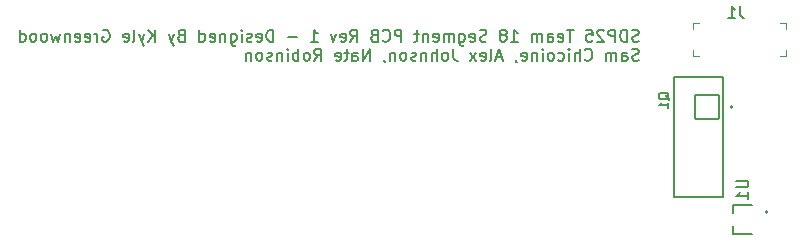
<source format=gbo>
%TF.GenerationSoftware,KiCad,Pcbnew,7.0.10*%
%TF.CreationDate,2024-10-31T16:23:13-04:00*%
%TF.ProjectId,segment,7365676d-656e-4742-9e6b-696361645f70,rev?*%
%TF.SameCoordinates,Original*%
%TF.FileFunction,Legend,Bot*%
%TF.FilePolarity,Positive*%
%FSLAX46Y46*%
G04 Gerber Fmt 4.6, Leading zero omitted, Abs format (unit mm)*
G04 Created by KiCad (PCBNEW 7.0.10) date 2024-10-31 16:23:13*
%MOMM*%
%LPD*%
G01*
G04 APERTURE LIST*
G04 Aperture macros list*
%AMRoundRect*
0 Rectangle with rounded corners*
0 $1 Rounding radius*
0 $2 $3 $4 $5 $6 $7 $8 $9 X,Y pos of 4 corners*
0 Add a 4 corners polygon primitive as box body*
4,1,4,$2,$3,$4,$5,$6,$7,$8,$9,$2,$3,0*
0 Add four circle primitives for the rounded corners*
1,1,$1+$1,$2,$3*
1,1,$1+$1,$4,$5*
1,1,$1+$1,$6,$7*
1,1,$1+$1,$8,$9*
0 Add four rect primitives between the rounded corners*
20,1,$1+$1,$2,$3,$4,$5,0*
20,1,$1+$1,$4,$5,$6,$7,0*
20,1,$1+$1,$6,$7,$8,$9,0*
20,1,$1+$1,$8,$9,$2,$3,0*%
G04 Aperture macros list end*
%ADD10C,0.150000*%
%ADD11C,0.100000*%
%ADD12C,0.127000*%
%ADD13C,0.200000*%
%ADD14C,0.152400*%
%ADD15R,1.800000X1.800000*%
%ADD16C,1.800000*%
%ADD17C,2.200000*%
%ADD18C,2.100000*%
%ADD19RoundRect,0.102000X-1.005000X1.005000X-1.005000X-1.005000X1.005000X-1.005000X1.005000X1.005000X0*%
%ADD20C,2.214000*%
%ADD21R,0.812800X0.406400*%
G04 APERTURE END LIST*
D10*
X172430839Y-96002200D02*
X172287982Y-96049819D01*
X172287982Y-96049819D02*
X172049887Y-96049819D01*
X172049887Y-96049819D02*
X171954649Y-96002200D01*
X171954649Y-96002200D02*
X171907030Y-95954580D01*
X171907030Y-95954580D02*
X171859411Y-95859342D01*
X171859411Y-95859342D02*
X171859411Y-95764104D01*
X171859411Y-95764104D02*
X171907030Y-95668866D01*
X171907030Y-95668866D02*
X171954649Y-95621247D01*
X171954649Y-95621247D02*
X172049887Y-95573628D01*
X172049887Y-95573628D02*
X172240363Y-95526009D01*
X172240363Y-95526009D02*
X172335601Y-95478390D01*
X172335601Y-95478390D02*
X172383220Y-95430771D01*
X172383220Y-95430771D02*
X172430839Y-95335533D01*
X172430839Y-95335533D02*
X172430839Y-95240295D01*
X172430839Y-95240295D02*
X172383220Y-95145057D01*
X172383220Y-95145057D02*
X172335601Y-95097438D01*
X172335601Y-95097438D02*
X172240363Y-95049819D01*
X172240363Y-95049819D02*
X172002268Y-95049819D01*
X172002268Y-95049819D02*
X171859411Y-95097438D01*
X171430839Y-96049819D02*
X171430839Y-95049819D01*
X171430839Y-95049819D02*
X171192744Y-95049819D01*
X171192744Y-95049819D02*
X171049887Y-95097438D01*
X171049887Y-95097438D02*
X170954649Y-95192676D01*
X170954649Y-95192676D02*
X170907030Y-95287914D01*
X170907030Y-95287914D02*
X170859411Y-95478390D01*
X170859411Y-95478390D02*
X170859411Y-95621247D01*
X170859411Y-95621247D02*
X170907030Y-95811723D01*
X170907030Y-95811723D02*
X170954649Y-95906961D01*
X170954649Y-95906961D02*
X171049887Y-96002200D01*
X171049887Y-96002200D02*
X171192744Y-96049819D01*
X171192744Y-96049819D02*
X171430839Y-96049819D01*
X170430839Y-96049819D02*
X170430839Y-95049819D01*
X170430839Y-95049819D02*
X170049887Y-95049819D01*
X170049887Y-95049819D02*
X169954649Y-95097438D01*
X169954649Y-95097438D02*
X169907030Y-95145057D01*
X169907030Y-95145057D02*
X169859411Y-95240295D01*
X169859411Y-95240295D02*
X169859411Y-95383152D01*
X169859411Y-95383152D02*
X169907030Y-95478390D01*
X169907030Y-95478390D02*
X169954649Y-95526009D01*
X169954649Y-95526009D02*
X170049887Y-95573628D01*
X170049887Y-95573628D02*
X170430839Y-95573628D01*
X169478458Y-95145057D02*
X169430839Y-95097438D01*
X169430839Y-95097438D02*
X169335601Y-95049819D01*
X169335601Y-95049819D02*
X169097506Y-95049819D01*
X169097506Y-95049819D02*
X169002268Y-95097438D01*
X169002268Y-95097438D02*
X168954649Y-95145057D01*
X168954649Y-95145057D02*
X168907030Y-95240295D01*
X168907030Y-95240295D02*
X168907030Y-95335533D01*
X168907030Y-95335533D02*
X168954649Y-95478390D01*
X168954649Y-95478390D02*
X169526077Y-96049819D01*
X169526077Y-96049819D02*
X168907030Y-96049819D01*
X168002268Y-95049819D02*
X168478458Y-95049819D01*
X168478458Y-95049819D02*
X168526077Y-95526009D01*
X168526077Y-95526009D02*
X168478458Y-95478390D01*
X168478458Y-95478390D02*
X168383220Y-95430771D01*
X168383220Y-95430771D02*
X168145125Y-95430771D01*
X168145125Y-95430771D02*
X168049887Y-95478390D01*
X168049887Y-95478390D02*
X168002268Y-95526009D01*
X168002268Y-95526009D02*
X167954649Y-95621247D01*
X167954649Y-95621247D02*
X167954649Y-95859342D01*
X167954649Y-95859342D02*
X168002268Y-95954580D01*
X168002268Y-95954580D02*
X168049887Y-96002200D01*
X168049887Y-96002200D02*
X168145125Y-96049819D01*
X168145125Y-96049819D02*
X168383220Y-96049819D01*
X168383220Y-96049819D02*
X168478458Y-96002200D01*
X168478458Y-96002200D02*
X168526077Y-95954580D01*
X166907029Y-95049819D02*
X166335601Y-95049819D01*
X166621315Y-96049819D02*
X166621315Y-95049819D01*
X165621315Y-96002200D02*
X165716553Y-96049819D01*
X165716553Y-96049819D02*
X165907029Y-96049819D01*
X165907029Y-96049819D02*
X166002267Y-96002200D01*
X166002267Y-96002200D02*
X166049886Y-95906961D01*
X166049886Y-95906961D02*
X166049886Y-95526009D01*
X166049886Y-95526009D02*
X166002267Y-95430771D01*
X166002267Y-95430771D02*
X165907029Y-95383152D01*
X165907029Y-95383152D02*
X165716553Y-95383152D01*
X165716553Y-95383152D02*
X165621315Y-95430771D01*
X165621315Y-95430771D02*
X165573696Y-95526009D01*
X165573696Y-95526009D02*
X165573696Y-95621247D01*
X165573696Y-95621247D02*
X166049886Y-95716485D01*
X164716553Y-96049819D02*
X164716553Y-95526009D01*
X164716553Y-95526009D02*
X164764172Y-95430771D01*
X164764172Y-95430771D02*
X164859410Y-95383152D01*
X164859410Y-95383152D02*
X165049886Y-95383152D01*
X165049886Y-95383152D02*
X165145124Y-95430771D01*
X164716553Y-96002200D02*
X164811791Y-96049819D01*
X164811791Y-96049819D02*
X165049886Y-96049819D01*
X165049886Y-96049819D02*
X165145124Y-96002200D01*
X165145124Y-96002200D02*
X165192743Y-95906961D01*
X165192743Y-95906961D02*
X165192743Y-95811723D01*
X165192743Y-95811723D02*
X165145124Y-95716485D01*
X165145124Y-95716485D02*
X165049886Y-95668866D01*
X165049886Y-95668866D02*
X164811791Y-95668866D01*
X164811791Y-95668866D02*
X164716553Y-95621247D01*
X164240362Y-96049819D02*
X164240362Y-95383152D01*
X164240362Y-95478390D02*
X164192743Y-95430771D01*
X164192743Y-95430771D02*
X164097505Y-95383152D01*
X164097505Y-95383152D02*
X163954648Y-95383152D01*
X163954648Y-95383152D02*
X163859410Y-95430771D01*
X163859410Y-95430771D02*
X163811791Y-95526009D01*
X163811791Y-95526009D02*
X163811791Y-96049819D01*
X163811791Y-95526009D02*
X163764172Y-95430771D01*
X163764172Y-95430771D02*
X163668934Y-95383152D01*
X163668934Y-95383152D02*
X163526077Y-95383152D01*
X163526077Y-95383152D02*
X163430838Y-95430771D01*
X163430838Y-95430771D02*
X163383219Y-95526009D01*
X163383219Y-95526009D02*
X163383219Y-96049819D01*
X161621315Y-96049819D02*
X162192743Y-96049819D01*
X161907029Y-96049819D02*
X161907029Y-95049819D01*
X161907029Y-95049819D02*
X162002267Y-95192676D01*
X162002267Y-95192676D02*
X162097505Y-95287914D01*
X162097505Y-95287914D02*
X162192743Y-95335533D01*
X161049886Y-95478390D02*
X161145124Y-95430771D01*
X161145124Y-95430771D02*
X161192743Y-95383152D01*
X161192743Y-95383152D02*
X161240362Y-95287914D01*
X161240362Y-95287914D02*
X161240362Y-95240295D01*
X161240362Y-95240295D02*
X161192743Y-95145057D01*
X161192743Y-95145057D02*
X161145124Y-95097438D01*
X161145124Y-95097438D02*
X161049886Y-95049819D01*
X161049886Y-95049819D02*
X160859410Y-95049819D01*
X160859410Y-95049819D02*
X160764172Y-95097438D01*
X160764172Y-95097438D02*
X160716553Y-95145057D01*
X160716553Y-95145057D02*
X160668934Y-95240295D01*
X160668934Y-95240295D02*
X160668934Y-95287914D01*
X160668934Y-95287914D02*
X160716553Y-95383152D01*
X160716553Y-95383152D02*
X160764172Y-95430771D01*
X160764172Y-95430771D02*
X160859410Y-95478390D01*
X160859410Y-95478390D02*
X161049886Y-95478390D01*
X161049886Y-95478390D02*
X161145124Y-95526009D01*
X161145124Y-95526009D02*
X161192743Y-95573628D01*
X161192743Y-95573628D02*
X161240362Y-95668866D01*
X161240362Y-95668866D02*
X161240362Y-95859342D01*
X161240362Y-95859342D02*
X161192743Y-95954580D01*
X161192743Y-95954580D02*
X161145124Y-96002200D01*
X161145124Y-96002200D02*
X161049886Y-96049819D01*
X161049886Y-96049819D02*
X160859410Y-96049819D01*
X160859410Y-96049819D02*
X160764172Y-96002200D01*
X160764172Y-96002200D02*
X160716553Y-95954580D01*
X160716553Y-95954580D02*
X160668934Y-95859342D01*
X160668934Y-95859342D02*
X160668934Y-95668866D01*
X160668934Y-95668866D02*
X160716553Y-95573628D01*
X160716553Y-95573628D02*
X160764172Y-95526009D01*
X160764172Y-95526009D02*
X160859410Y-95478390D01*
X159526076Y-96002200D02*
X159383219Y-96049819D01*
X159383219Y-96049819D02*
X159145124Y-96049819D01*
X159145124Y-96049819D02*
X159049886Y-96002200D01*
X159049886Y-96002200D02*
X159002267Y-95954580D01*
X159002267Y-95954580D02*
X158954648Y-95859342D01*
X158954648Y-95859342D02*
X158954648Y-95764104D01*
X158954648Y-95764104D02*
X159002267Y-95668866D01*
X159002267Y-95668866D02*
X159049886Y-95621247D01*
X159049886Y-95621247D02*
X159145124Y-95573628D01*
X159145124Y-95573628D02*
X159335600Y-95526009D01*
X159335600Y-95526009D02*
X159430838Y-95478390D01*
X159430838Y-95478390D02*
X159478457Y-95430771D01*
X159478457Y-95430771D02*
X159526076Y-95335533D01*
X159526076Y-95335533D02*
X159526076Y-95240295D01*
X159526076Y-95240295D02*
X159478457Y-95145057D01*
X159478457Y-95145057D02*
X159430838Y-95097438D01*
X159430838Y-95097438D02*
X159335600Y-95049819D01*
X159335600Y-95049819D02*
X159097505Y-95049819D01*
X159097505Y-95049819D02*
X158954648Y-95097438D01*
X158145124Y-96002200D02*
X158240362Y-96049819D01*
X158240362Y-96049819D02*
X158430838Y-96049819D01*
X158430838Y-96049819D02*
X158526076Y-96002200D01*
X158526076Y-96002200D02*
X158573695Y-95906961D01*
X158573695Y-95906961D02*
X158573695Y-95526009D01*
X158573695Y-95526009D02*
X158526076Y-95430771D01*
X158526076Y-95430771D02*
X158430838Y-95383152D01*
X158430838Y-95383152D02*
X158240362Y-95383152D01*
X158240362Y-95383152D02*
X158145124Y-95430771D01*
X158145124Y-95430771D02*
X158097505Y-95526009D01*
X158097505Y-95526009D02*
X158097505Y-95621247D01*
X158097505Y-95621247D02*
X158573695Y-95716485D01*
X157240362Y-95383152D02*
X157240362Y-96192676D01*
X157240362Y-96192676D02*
X157287981Y-96287914D01*
X157287981Y-96287914D02*
X157335600Y-96335533D01*
X157335600Y-96335533D02*
X157430838Y-96383152D01*
X157430838Y-96383152D02*
X157573695Y-96383152D01*
X157573695Y-96383152D02*
X157668933Y-96335533D01*
X157240362Y-96002200D02*
X157335600Y-96049819D01*
X157335600Y-96049819D02*
X157526076Y-96049819D01*
X157526076Y-96049819D02*
X157621314Y-96002200D01*
X157621314Y-96002200D02*
X157668933Y-95954580D01*
X157668933Y-95954580D02*
X157716552Y-95859342D01*
X157716552Y-95859342D02*
X157716552Y-95573628D01*
X157716552Y-95573628D02*
X157668933Y-95478390D01*
X157668933Y-95478390D02*
X157621314Y-95430771D01*
X157621314Y-95430771D02*
X157526076Y-95383152D01*
X157526076Y-95383152D02*
X157335600Y-95383152D01*
X157335600Y-95383152D02*
X157240362Y-95430771D01*
X156764171Y-96049819D02*
X156764171Y-95383152D01*
X156764171Y-95478390D02*
X156716552Y-95430771D01*
X156716552Y-95430771D02*
X156621314Y-95383152D01*
X156621314Y-95383152D02*
X156478457Y-95383152D01*
X156478457Y-95383152D02*
X156383219Y-95430771D01*
X156383219Y-95430771D02*
X156335600Y-95526009D01*
X156335600Y-95526009D02*
X156335600Y-96049819D01*
X156335600Y-95526009D02*
X156287981Y-95430771D01*
X156287981Y-95430771D02*
X156192743Y-95383152D01*
X156192743Y-95383152D02*
X156049886Y-95383152D01*
X156049886Y-95383152D02*
X155954647Y-95430771D01*
X155954647Y-95430771D02*
X155907028Y-95526009D01*
X155907028Y-95526009D02*
X155907028Y-96049819D01*
X155049886Y-96002200D02*
X155145124Y-96049819D01*
X155145124Y-96049819D02*
X155335600Y-96049819D01*
X155335600Y-96049819D02*
X155430838Y-96002200D01*
X155430838Y-96002200D02*
X155478457Y-95906961D01*
X155478457Y-95906961D02*
X155478457Y-95526009D01*
X155478457Y-95526009D02*
X155430838Y-95430771D01*
X155430838Y-95430771D02*
X155335600Y-95383152D01*
X155335600Y-95383152D02*
X155145124Y-95383152D01*
X155145124Y-95383152D02*
X155049886Y-95430771D01*
X155049886Y-95430771D02*
X155002267Y-95526009D01*
X155002267Y-95526009D02*
X155002267Y-95621247D01*
X155002267Y-95621247D02*
X155478457Y-95716485D01*
X154573695Y-95383152D02*
X154573695Y-96049819D01*
X154573695Y-95478390D02*
X154526076Y-95430771D01*
X154526076Y-95430771D02*
X154430838Y-95383152D01*
X154430838Y-95383152D02*
X154287981Y-95383152D01*
X154287981Y-95383152D02*
X154192743Y-95430771D01*
X154192743Y-95430771D02*
X154145124Y-95526009D01*
X154145124Y-95526009D02*
X154145124Y-96049819D01*
X153811790Y-95383152D02*
X153430838Y-95383152D01*
X153668933Y-95049819D02*
X153668933Y-95906961D01*
X153668933Y-95906961D02*
X153621314Y-96002200D01*
X153621314Y-96002200D02*
X153526076Y-96049819D01*
X153526076Y-96049819D02*
X153430838Y-96049819D01*
X152335599Y-96049819D02*
X152335599Y-95049819D01*
X152335599Y-95049819D02*
X151954647Y-95049819D01*
X151954647Y-95049819D02*
X151859409Y-95097438D01*
X151859409Y-95097438D02*
X151811790Y-95145057D01*
X151811790Y-95145057D02*
X151764171Y-95240295D01*
X151764171Y-95240295D02*
X151764171Y-95383152D01*
X151764171Y-95383152D02*
X151811790Y-95478390D01*
X151811790Y-95478390D02*
X151859409Y-95526009D01*
X151859409Y-95526009D02*
X151954647Y-95573628D01*
X151954647Y-95573628D02*
X152335599Y-95573628D01*
X150764171Y-95954580D02*
X150811790Y-96002200D01*
X150811790Y-96002200D02*
X150954647Y-96049819D01*
X150954647Y-96049819D02*
X151049885Y-96049819D01*
X151049885Y-96049819D02*
X151192742Y-96002200D01*
X151192742Y-96002200D02*
X151287980Y-95906961D01*
X151287980Y-95906961D02*
X151335599Y-95811723D01*
X151335599Y-95811723D02*
X151383218Y-95621247D01*
X151383218Y-95621247D02*
X151383218Y-95478390D01*
X151383218Y-95478390D02*
X151335599Y-95287914D01*
X151335599Y-95287914D02*
X151287980Y-95192676D01*
X151287980Y-95192676D02*
X151192742Y-95097438D01*
X151192742Y-95097438D02*
X151049885Y-95049819D01*
X151049885Y-95049819D02*
X150954647Y-95049819D01*
X150954647Y-95049819D02*
X150811790Y-95097438D01*
X150811790Y-95097438D02*
X150764171Y-95145057D01*
X150002266Y-95526009D02*
X149859409Y-95573628D01*
X149859409Y-95573628D02*
X149811790Y-95621247D01*
X149811790Y-95621247D02*
X149764171Y-95716485D01*
X149764171Y-95716485D02*
X149764171Y-95859342D01*
X149764171Y-95859342D02*
X149811790Y-95954580D01*
X149811790Y-95954580D02*
X149859409Y-96002200D01*
X149859409Y-96002200D02*
X149954647Y-96049819D01*
X149954647Y-96049819D02*
X150335599Y-96049819D01*
X150335599Y-96049819D02*
X150335599Y-95049819D01*
X150335599Y-95049819D02*
X150002266Y-95049819D01*
X150002266Y-95049819D02*
X149907028Y-95097438D01*
X149907028Y-95097438D02*
X149859409Y-95145057D01*
X149859409Y-95145057D02*
X149811790Y-95240295D01*
X149811790Y-95240295D02*
X149811790Y-95335533D01*
X149811790Y-95335533D02*
X149859409Y-95430771D01*
X149859409Y-95430771D02*
X149907028Y-95478390D01*
X149907028Y-95478390D02*
X150002266Y-95526009D01*
X150002266Y-95526009D02*
X150335599Y-95526009D01*
X148002266Y-96049819D02*
X148335599Y-95573628D01*
X148573694Y-96049819D02*
X148573694Y-95049819D01*
X148573694Y-95049819D02*
X148192742Y-95049819D01*
X148192742Y-95049819D02*
X148097504Y-95097438D01*
X148097504Y-95097438D02*
X148049885Y-95145057D01*
X148049885Y-95145057D02*
X148002266Y-95240295D01*
X148002266Y-95240295D02*
X148002266Y-95383152D01*
X148002266Y-95383152D02*
X148049885Y-95478390D01*
X148049885Y-95478390D02*
X148097504Y-95526009D01*
X148097504Y-95526009D02*
X148192742Y-95573628D01*
X148192742Y-95573628D02*
X148573694Y-95573628D01*
X147192742Y-96002200D02*
X147287980Y-96049819D01*
X147287980Y-96049819D02*
X147478456Y-96049819D01*
X147478456Y-96049819D02*
X147573694Y-96002200D01*
X147573694Y-96002200D02*
X147621313Y-95906961D01*
X147621313Y-95906961D02*
X147621313Y-95526009D01*
X147621313Y-95526009D02*
X147573694Y-95430771D01*
X147573694Y-95430771D02*
X147478456Y-95383152D01*
X147478456Y-95383152D02*
X147287980Y-95383152D01*
X147287980Y-95383152D02*
X147192742Y-95430771D01*
X147192742Y-95430771D02*
X147145123Y-95526009D01*
X147145123Y-95526009D02*
X147145123Y-95621247D01*
X147145123Y-95621247D02*
X147621313Y-95716485D01*
X146811789Y-95383152D02*
X146573694Y-96049819D01*
X146573694Y-96049819D02*
X146335599Y-95383152D01*
X144668932Y-96049819D02*
X145240360Y-96049819D01*
X144954646Y-96049819D02*
X144954646Y-95049819D01*
X144954646Y-95049819D02*
X145049884Y-95192676D01*
X145049884Y-95192676D02*
X145145122Y-95287914D01*
X145145122Y-95287914D02*
X145240360Y-95335533D01*
X143478455Y-95668866D02*
X142716551Y-95668866D01*
X141478455Y-96049819D02*
X141478455Y-95049819D01*
X141478455Y-95049819D02*
X141240360Y-95049819D01*
X141240360Y-95049819D02*
X141097503Y-95097438D01*
X141097503Y-95097438D02*
X141002265Y-95192676D01*
X141002265Y-95192676D02*
X140954646Y-95287914D01*
X140954646Y-95287914D02*
X140907027Y-95478390D01*
X140907027Y-95478390D02*
X140907027Y-95621247D01*
X140907027Y-95621247D02*
X140954646Y-95811723D01*
X140954646Y-95811723D02*
X141002265Y-95906961D01*
X141002265Y-95906961D02*
X141097503Y-96002200D01*
X141097503Y-96002200D02*
X141240360Y-96049819D01*
X141240360Y-96049819D02*
X141478455Y-96049819D01*
X140097503Y-96002200D02*
X140192741Y-96049819D01*
X140192741Y-96049819D02*
X140383217Y-96049819D01*
X140383217Y-96049819D02*
X140478455Y-96002200D01*
X140478455Y-96002200D02*
X140526074Y-95906961D01*
X140526074Y-95906961D02*
X140526074Y-95526009D01*
X140526074Y-95526009D02*
X140478455Y-95430771D01*
X140478455Y-95430771D02*
X140383217Y-95383152D01*
X140383217Y-95383152D02*
X140192741Y-95383152D01*
X140192741Y-95383152D02*
X140097503Y-95430771D01*
X140097503Y-95430771D02*
X140049884Y-95526009D01*
X140049884Y-95526009D02*
X140049884Y-95621247D01*
X140049884Y-95621247D02*
X140526074Y-95716485D01*
X139668931Y-96002200D02*
X139573693Y-96049819D01*
X139573693Y-96049819D02*
X139383217Y-96049819D01*
X139383217Y-96049819D02*
X139287979Y-96002200D01*
X139287979Y-96002200D02*
X139240360Y-95906961D01*
X139240360Y-95906961D02*
X139240360Y-95859342D01*
X139240360Y-95859342D02*
X139287979Y-95764104D01*
X139287979Y-95764104D02*
X139383217Y-95716485D01*
X139383217Y-95716485D02*
X139526074Y-95716485D01*
X139526074Y-95716485D02*
X139621312Y-95668866D01*
X139621312Y-95668866D02*
X139668931Y-95573628D01*
X139668931Y-95573628D02*
X139668931Y-95526009D01*
X139668931Y-95526009D02*
X139621312Y-95430771D01*
X139621312Y-95430771D02*
X139526074Y-95383152D01*
X139526074Y-95383152D02*
X139383217Y-95383152D01*
X139383217Y-95383152D02*
X139287979Y-95430771D01*
X138811788Y-96049819D02*
X138811788Y-95383152D01*
X138811788Y-95049819D02*
X138859407Y-95097438D01*
X138859407Y-95097438D02*
X138811788Y-95145057D01*
X138811788Y-95145057D02*
X138764169Y-95097438D01*
X138764169Y-95097438D02*
X138811788Y-95049819D01*
X138811788Y-95049819D02*
X138811788Y-95145057D01*
X137907027Y-95383152D02*
X137907027Y-96192676D01*
X137907027Y-96192676D02*
X137954646Y-96287914D01*
X137954646Y-96287914D02*
X138002265Y-96335533D01*
X138002265Y-96335533D02*
X138097503Y-96383152D01*
X138097503Y-96383152D02*
X138240360Y-96383152D01*
X138240360Y-96383152D02*
X138335598Y-96335533D01*
X137907027Y-96002200D02*
X138002265Y-96049819D01*
X138002265Y-96049819D02*
X138192741Y-96049819D01*
X138192741Y-96049819D02*
X138287979Y-96002200D01*
X138287979Y-96002200D02*
X138335598Y-95954580D01*
X138335598Y-95954580D02*
X138383217Y-95859342D01*
X138383217Y-95859342D02*
X138383217Y-95573628D01*
X138383217Y-95573628D02*
X138335598Y-95478390D01*
X138335598Y-95478390D02*
X138287979Y-95430771D01*
X138287979Y-95430771D02*
X138192741Y-95383152D01*
X138192741Y-95383152D02*
X138002265Y-95383152D01*
X138002265Y-95383152D02*
X137907027Y-95430771D01*
X137430836Y-95383152D02*
X137430836Y-96049819D01*
X137430836Y-95478390D02*
X137383217Y-95430771D01*
X137383217Y-95430771D02*
X137287979Y-95383152D01*
X137287979Y-95383152D02*
X137145122Y-95383152D01*
X137145122Y-95383152D02*
X137049884Y-95430771D01*
X137049884Y-95430771D02*
X137002265Y-95526009D01*
X137002265Y-95526009D02*
X137002265Y-96049819D01*
X136145122Y-96002200D02*
X136240360Y-96049819D01*
X136240360Y-96049819D02*
X136430836Y-96049819D01*
X136430836Y-96049819D02*
X136526074Y-96002200D01*
X136526074Y-96002200D02*
X136573693Y-95906961D01*
X136573693Y-95906961D02*
X136573693Y-95526009D01*
X136573693Y-95526009D02*
X136526074Y-95430771D01*
X136526074Y-95430771D02*
X136430836Y-95383152D01*
X136430836Y-95383152D02*
X136240360Y-95383152D01*
X136240360Y-95383152D02*
X136145122Y-95430771D01*
X136145122Y-95430771D02*
X136097503Y-95526009D01*
X136097503Y-95526009D02*
X136097503Y-95621247D01*
X136097503Y-95621247D02*
X136573693Y-95716485D01*
X135240360Y-96049819D02*
X135240360Y-95049819D01*
X135240360Y-96002200D02*
X135335598Y-96049819D01*
X135335598Y-96049819D02*
X135526074Y-96049819D01*
X135526074Y-96049819D02*
X135621312Y-96002200D01*
X135621312Y-96002200D02*
X135668931Y-95954580D01*
X135668931Y-95954580D02*
X135716550Y-95859342D01*
X135716550Y-95859342D02*
X135716550Y-95573628D01*
X135716550Y-95573628D02*
X135668931Y-95478390D01*
X135668931Y-95478390D02*
X135621312Y-95430771D01*
X135621312Y-95430771D02*
X135526074Y-95383152D01*
X135526074Y-95383152D02*
X135335598Y-95383152D01*
X135335598Y-95383152D02*
X135240360Y-95430771D01*
X133668931Y-95526009D02*
X133526074Y-95573628D01*
X133526074Y-95573628D02*
X133478455Y-95621247D01*
X133478455Y-95621247D02*
X133430836Y-95716485D01*
X133430836Y-95716485D02*
X133430836Y-95859342D01*
X133430836Y-95859342D02*
X133478455Y-95954580D01*
X133478455Y-95954580D02*
X133526074Y-96002200D01*
X133526074Y-96002200D02*
X133621312Y-96049819D01*
X133621312Y-96049819D02*
X134002264Y-96049819D01*
X134002264Y-96049819D02*
X134002264Y-95049819D01*
X134002264Y-95049819D02*
X133668931Y-95049819D01*
X133668931Y-95049819D02*
X133573693Y-95097438D01*
X133573693Y-95097438D02*
X133526074Y-95145057D01*
X133526074Y-95145057D02*
X133478455Y-95240295D01*
X133478455Y-95240295D02*
X133478455Y-95335533D01*
X133478455Y-95335533D02*
X133526074Y-95430771D01*
X133526074Y-95430771D02*
X133573693Y-95478390D01*
X133573693Y-95478390D02*
X133668931Y-95526009D01*
X133668931Y-95526009D02*
X134002264Y-95526009D01*
X133097502Y-95383152D02*
X132859407Y-96049819D01*
X132621312Y-95383152D02*
X132859407Y-96049819D01*
X132859407Y-96049819D02*
X132954645Y-96287914D01*
X132954645Y-96287914D02*
X133002264Y-96335533D01*
X133002264Y-96335533D02*
X133097502Y-96383152D01*
X131478454Y-96049819D02*
X131478454Y-95049819D01*
X130907026Y-96049819D02*
X131335597Y-95478390D01*
X130907026Y-95049819D02*
X131478454Y-95621247D01*
X130573692Y-95383152D02*
X130335597Y-96049819D01*
X130097502Y-95383152D02*
X130335597Y-96049819D01*
X130335597Y-96049819D02*
X130430835Y-96287914D01*
X130430835Y-96287914D02*
X130478454Y-96335533D01*
X130478454Y-96335533D02*
X130573692Y-96383152D01*
X129573692Y-96049819D02*
X129668930Y-96002200D01*
X129668930Y-96002200D02*
X129716549Y-95906961D01*
X129716549Y-95906961D02*
X129716549Y-95049819D01*
X128811787Y-96002200D02*
X128907025Y-96049819D01*
X128907025Y-96049819D02*
X129097501Y-96049819D01*
X129097501Y-96049819D02*
X129192739Y-96002200D01*
X129192739Y-96002200D02*
X129240358Y-95906961D01*
X129240358Y-95906961D02*
X129240358Y-95526009D01*
X129240358Y-95526009D02*
X129192739Y-95430771D01*
X129192739Y-95430771D02*
X129097501Y-95383152D01*
X129097501Y-95383152D02*
X128907025Y-95383152D01*
X128907025Y-95383152D02*
X128811787Y-95430771D01*
X128811787Y-95430771D02*
X128764168Y-95526009D01*
X128764168Y-95526009D02*
X128764168Y-95621247D01*
X128764168Y-95621247D02*
X129240358Y-95716485D01*
X127049882Y-95097438D02*
X127145120Y-95049819D01*
X127145120Y-95049819D02*
X127287977Y-95049819D01*
X127287977Y-95049819D02*
X127430834Y-95097438D01*
X127430834Y-95097438D02*
X127526072Y-95192676D01*
X127526072Y-95192676D02*
X127573691Y-95287914D01*
X127573691Y-95287914D02*
X127621310Y-95478390D01*
X127621310Y-95478390D02*
X127621310Y-95621247D01*
X127621310Y-95621247D02*
X127573691Y-95811723D01*
X127573691Y-95811723D02*
X127526072Y-95906961D01*
X127526072Y-95906961D02*
X127430834Y-96002200D01*
X127430834Y-96002200D02*
X127287977Y-96049819D01*
X127287977Y-96049819D02*
X127192739Y-96049819D01*
X127192739Y-96049819D02*
X127049882Y-96002200D01*
X127049882Y-96002200D02*
X127002263Y-95954580D01*
X127002263Y-95954580D02*
X127002263Y-95621247D01*
X127002263Y-95621247D02*
X127192739Y-95621247D01*
X126573691Y-96049819D02*
X126573691Y-95383152D01*
X126573691Y-95573628D02*
X126526072Y-95478390D01*
X126526072Y-95478390D02*
X126478453Y-95430771D01*
X126478453Y-95430771D02*
X126383215Y-95383152D01*
X126383215Y-95383152D02*
X126287977Y-95383152D01*
X125573691Y-96002200D02*
X125668929Y-96049819D01*
X125668929Y-96049819D02*
X125859405Y-96049819D01*
X125859405Y-96049819D02*
X125954643Y-96002200D01*
X125954643Y-96002200D02*
X126002262Y-95906961D01*
X126002262Y-95906961D02*
X126002262Y-95526009D01*
X126002262Y-95526009D02*
X125954643Y-95430771D01*
X125954643Y-95430771D02*
X125859405Y-95383152D01*
X125859405Y-95383152D02*
X125668929Y-95383152D01*
X125668929Y-95383152D02*
X125573691Y-95430771D01*
X125573691Y-95430771D02*
X125526072Y-95526009D01*
X125526072Y-95526009D02*
X125526072Y-95621247D01*
X125526072Y-95621247D02*
X126002262Y-95716485D01*
X124716548Y-96002200D02*
X124811786Y-96049819D01*
X124811786Y-96049819D02*
X125002262Y-96049819D01*
X125002262Y-96049819D02*
X125097500Y-96002200D01*
X125097500Y-96002200D02*
X125145119Y-95906961D01*
X125145119Y-95906961D02*
X125145119Y-95526009D01*
X125145119Y-95526009D02*
X125097500Y-95430771D01*
X125097500Y-95430771D02*
X125002262Y-95383152D01*
X125002262Y-95383152D02*
X124811786Y-95383152D01*
X124811786Y-95383152D02*
X124716548Y-95430771D01*
X124716548Y-95430771D02*
X124668929Y-95526009D01*
X124668929Y-95526009D02*
X124668929Y-95621247D01*
X124668929Y-95621247D02*
X125145119Y-95716485D01*
X124240357Y-95383152D02*
X124240357Y-96049819D01*
X124240357Y-95478390D02*
X124192738Y-95430771D01*
X124192738Y-95430771D02*
X124097500Y-95383152D01*
X124097500Y-95383152D02*
X123954643Y-95383152D01*
X123954643Y-95383152D02*
X123859405Y-95430771D01*
X123859405Y-95430771D02*
X123811786Y-95526009D01*
X123811786Y-95526009D02*
X123811786Y-96049819D01*
X123430833Y-95383152D02*
X123240357Y-96049819D01*
X123240357Y-96049819D02*
X123049881Y-95573628D01*
X123049881Y-95573628D02*
X122859405Y-96049819D01*
X122859405Y-96049819D02*
X122668929Y-95383152D01*
X122145119Y-96049819D02*
X122240357Y-96002200D01*
X122240357Y-96002200D02*
X122287976Y-95954580D01*
X122287976Y-95954580D02*
X122335595Y-95859342D01*
X122335595Y-95859342D02*
X122335595Y-95573628D01*
X122335595Y-95573628D02*
X122287976Y-95478390D01*
X122287976Y-95478390D02*
X122240357Y-95430771D01*
X122240357Y-95430771D02*
X122145119Y-95383152D01*
X122145119Y-95383152D02*
X122002262Y-95383152D01*
X122002262Y-95383152D02*
X121907024Y-95430771D01*
X121907024Y-95430771D02*
X121859405Y-95478390D01*
X121859405Y-95478390D02*
X121811786Y-95573628D01*
X121811786Y-95573628D02*
X121811786Y-95859342D01*
X121811786Y-95859342D02*
X121859405Y-95954580D01*
X121859405Y-95954580D02*
X121907024Y-96002200D01*
X121907024Y-96002200D02*
X122002262Y-96049819D01*
X122002262Y-96049819D02*
X122145119Y-96049819D01*
X121240357Y-96049819D02*
X121335595Y-96002200D01*
X121335595Y-96002200D02*
X121383214Y-95954580D01*
X121383214Y-95954580D02*
X121430833Y-95859342D01*
X121430833Y-95859342D02*
X121430833Y-95573628D01*
X121430833Y-95573628D02*
X121383214Y-95478390D01*
X121383214Y-95478390D02*
X121335595Y-95430771D01*
X121335595Y-95430771D02*
X121240357Y-95383152D01*
X121240357Y-95383152D02*
X121097500Y-95383152D01*
X121097500Y-95383152D02*
X121002262Y-95430771D01*
X121002262Y-95430771D02*
X120954643Y-95478390D01*
X120954643Y-95478390D02*
X120907024Y-95573628D01*
X120907024Y-95573628D02*
X120907024Y-95859342D01*
X120907024Y-95859342D02*
X120954643Y-95954580D01*
X120954643Y-95954580D02*
X121002262Y-96002200D01*
X121002262Y-96002200D02*
X121097500Y-96049819D01*
X121097500Y-96049819D02*
X121240357Y-96049819D01*
X120049881Y-96049819D02*
X120049881Y-95049819D01*
X120049881Y-96002200D02*
X120145119Y-96049819D01*
X120145119Y-96049819D02*
X120335595Y-96049819D01*
X120335595Y-96049819D02*
X120430833Y-96002200D01*
X120430833Y-96002200D02*
X120478452Y-95954580D01*
X120478452Y-95954580D02*
X120526071Y-95859342D01*
X120526071Y-95859342D02*
X120526071Y-95573628D01*
X120526071Y-95573628D02*
X120478452Y-95478390D01*
X120478452Y-95478390D02*
X120430833Y-95430771D01*
X120430833Y-95430771D02*
X120335595Y-95383152D01*
X120335595Y-95383152D02*
X120145119Y-95383152D01*
X120145119Y-95383152D02*
X120049881Y-95430771D01*
X172430839Y-97612200D02*
X172287982Y-97659819D01*
X172287982Y-97659819D02*
X172049887Y-97659819D01*
X172049887Y-97659819D02*
X171954649Y-97612200D01*
X171954649Y-97612200D02*
X171907030Y-97564580D01*
X171907030Y-97564580D02*
X171859411Y-97469342D01*
X171859411Y-97469342D02*
X171859411Y-97374104D01*
X171859411Y-97374104D02*
X171907030Y-97278866D01*
X171907030Y-97278866D02*
X171954649Y-97231247D01*
X171954649Y-97231247D02*
X172049887Y-97183628D01*
X172049887Y-97183628D02*
X172240363Y-97136009D01*
X172240363Y-97136009D02*
X172335601Y-97088390D01*
X172335601Y-97088390D02*
X172383220Y-97040771D01*
X172383220Y-97040771D02*
X172430839Y-96945533D01*
X172430839Y-96945533D02*
X172430839Y-96850295D01*
X172430839Y-96850295D02*
X172383220Y-96755057D01*
X172383220Y-96755057D02*
X172335601Y-96707438D01*
X172335601Y-96707438D02*
X172240363Y-96659819D01*
X172240363Y-96659819D02*
X172002268Y-96659819D01*
X172002268Y-96659819D02*
X171859411Y-96707438D01*
X171002268Y-97659819D02*
X171002268Y-97136009D01*
X171002268Y-97136009D02*
X171049887Y-97040771D01*
X171049887Y-97040771D02*
X171145125Y-96993152D01*
X171145125Y-96993152D02*
X171335601Y-96993152D01*
X171335601Y-96993152D02*
X171430839Y-97040771D01*
X171002268Y-97612200D02*
X171097506Y-97659819D01*
X171097506Y-97659819D02*
X171335601Y-97659819D01*
X171335601Y-97659819D02*
X171430839Y-97612200D01*
X171430839Y-97612200D02*
X171478458Y-97516961D01*
X171478458Y-97516961D02*
X171478458Y-97421723D01*
X171478458Y-97421723D02*
X171430839Y-97326485D01*
X171430839Y-97326485D02*
X171335601Y-97278866D01*
X171335601Y-97278866D02*
X171097506Y-97278866D01*
X171097506Y-97278866D02*
X171002268Y-97231247D01*
X170526077Y-97659819D02*
X170526077Y-96993152D01*
X170526077Y-97088390D02*
X170478458Y-97040771D01*
X170478458Y-97040771D02*
X170383220Y-96993152D01*
X170383220Y-96993152D02*
X170240363Y-96993152D01*
X170240363Y-96993152D02*
X170145125Y-97040771D01*
X170145125Y-97040771D02*
X170097506Y-97136009D01*
X170097506Y-97136009D02*
X170097506Y-97659819D01*
X170097506Y-97136009D02*
X170049887Y-97040771D01*
X170049887Y-97040771D02*
X169954649Y-96993152D01*
X169954649Y-96993152D02*
X169811792Y-96993152D01*
X169811792Y-96993152D02*
X169716553Y-97040771D01*
X169716553Y-97040771D02*
X169668934Y-97136009D01*
X169668934Y-97136009D02*
X169668934Y-97659819D01*
X167859411Y-97564580D02*
X167907030Y-97612200D01*
X167907030Y-97612200D02*
X168049887Y-97659819D01*
X168049887Y-97659819D02*
X168145125Y-97659819D01*
X168145125Y-97659819D02*
X168287982Y-97612200D01*
X168287982Y-97612200D02*
X168383220Y-97516961D01*
X168383220Y-97516961D02*
X168430839Y-97421723D01*
X168430839Y-97421723D02*
X168478458Y-97231247D01*
X168478458Y-97231247D02*
X168478458Y-97088390D01*
X168478458Y-97088390D02*
X168430839Y-96897914D01*
X168430839Y-96897914D02*
X168383220Y-96802676D01*
X168383220Y-96802676D02*
X168287982Y-96707438D01*
X168287982Y-96707438D02*
X168145125Y-96659819D01*
X168145125Y-96659819D02*
X168049887Y-96659819D01*
X168049887Y-96659819D02*
X167907030Y-96707438D01*
X167907030Y-96707438D02*
X167859411Y-96755057D01*
X167430839Y-97659819D02*
X167430839Y-96659819D01*
X167002268Y-97659819D02*
X167002268Y-97136009D01*
X167002268Y-97136009D02*
X167049887Y-97040771D01*
X167049887Y-97040771D02*
X167145125Y-96993152D01*
X167145125Y-96993152D02*
X167287982Y-96993152D01*
X167287982Y-96993152D02*
X167383220Y-97040771D01*
X167383220Y-97040771D02*
X167430839Y-97088390D01*
X166526077Y-97659819D02*
X166526077Y-96993152D01*
X166526077Y-96659819D02*
X166573696Y-96707438D01*
X166573696Y-96707438D02*
X166526077Y-96755057D01*
X166526077Y-96755057D02*
X166478458Y-96707438D01*
X166478458Y-96707438D02*
X166526077Y-96659819D01*
X166526077Y-96659819D02*
X166526077Y-96755057D01*
X165621316Y-97612200D02*
X165716554Y-97659819D01*
X165716554Y-97659819D02*
X165907030Y-97659819D01*
X165907030Y-97659819D02*
X166002268Y-97612200D01*
X166002268Y-97612200D02*
X166049887Y-97564580D01*
X166049887Y-97564580D02*
X166097506Y-97469342D01*
X166097506Y-97469342D02*
X166097506Y-97183628D01*
X166097506Y-97183628D02*
X166049887Y-97088390D01*
X166049887Y-97088390D02*
X166002268Y-97040771D01*
X166002268Y-97040771D02*
X165907030Y-96993152D01*
X165907030Y-96993152D02*
X165716554Y-96993152D01*
X165716554Y-96993152D02*
X165621316Y-97040771D01*
X165049887Y-97659819D02*
X165145125Y-97612200D01*
X165145125Y-97612200D02*
X165192744Y-97564580D01*
X165192744Y-97564580D02*
X165240363Y-97469342D01*
X165240363Y-97469342D02*
X165240363Y-97183628D01*
X165240363Y-97183628D02*
X165192744Y-97088390D01*
X165192744Y-97088390D02*
X165145125Y-97040771D01*
X165145125Y-97040771D02*
X165049887Y-96993152D01*
X165049887Y-96993152D02*
X164907030Y-96993152D01*
X164907030Y-96993152D02*
X164811792Y-97040771D01*
X164811792Y-97040771D02*
X164764173Y-97088390D01*
X164764173Y-97088390D02*
X164716554Y-97183628D01*
X164716554Y-97183628D02*
X164716554Y-97469342D01*
X164716554Y-97469342D02*
X164764173Y-97564580D01*
X164764173Y-97564580D02*
X164811792Y-97612200D01*
X164811792Y-97612200D02*
X164907030Y-97659819D01*
X164907030Y-97659819D02*
X165049887Y-97659819D01*
X164287982Y-97659819D02*
X164287982Y-96993152D01*
X164287982Y-96659819D02*
X164335601Y-96707438D01*
X164335601Y-96707438D02*
X164287982Y-96755057D01*
X164287982Y-96755057D02*
X164240363Y-96707438D01*
X164240363Y-96707438D02*
X164287982Y-96659819D01*
X164287982Y-96659819D02*
X164287982Y-96755057D01*
X163811792Y-96993152D02*
X163811792Y-97659819D01*
X163811792Y-97088390D02*
X163764173Y-97040771D01*
X163764173Y-97040771D02*
X163668935Y-96993152D01*
X163668935Y-96993152D02*
X163526078Y-96993152D01*
X163526078Y-96993152D02*
X163430840Y-97040771D01*
X163430840Y-97040771D02*
X163383221Y-97136009D01*
X163383221Y-97136009D02*
X163383221Y-97659819D01*
X162526078Y-97612200D02*
X162621316Y-97659819D01*
X162621316Y-97659819D02*
X162811792Y-97659819D01*
X162811792Y-97659819D02*
X162907030Y-97612200D01*
X162907030Y-97612200D02*
X162954649Y-97516961D01*
X162954649Y-97516961D02*
X162954649Y-97136009D01*
X162954649Y-97136009D02*
X162907030Y-97040771D01*
X162907030Y-97040771D02*
X162811792Y-96993152D01*
X162811792Y-96993152D02*
X162621316Y-96993152D01*
X162621316Y-96993152D02*
X162526078Y-97040771D01*
X162526078Y-97040771D02*
X162478459Y-97136009D01*
X162478459Y-97136009D02*
X162478459Y-97231247D01*
X162478459Y-97231247D02*
X162954649Y-97326485D01*
X162002268Y-97612200D02*
X162002268Y-97659819D01*
X162002268Y-97659819D02*
X162049887Y-97755057D01*
X162049887Y-97755057D02*
X162097506Y-97802676D01*
X160859411Y-97374104D02*
X160383221Y-97374104D01*
X160954649Y-97659819D02*
X160621316Y-96659819D01*
X160621316Y-96659819D02*
X160287983Y-97659819D01*
X159811792Y-97659819D02*
X159907030Y-97612200D01*
X159907030Y-97612200D02*
X159954649Y-97516961D01*
X159954649Y-97516961D02*
X159954649Y-96659819D01*
X159049887Y-97612200D02*
X159145125Y-97659819D01*
X159145125Y-97659819D02*
X159335601Y-97659819D01*
X159335601Y-97659819D02*
X159430839Y-97612200D01*
X159430839Y-97612200D02*
X159478458Y-97516961D01*
X159478458Y-97516961D02*
X159478458Y-97136009D01*
X159478458Y-97136009D02*
X159430839Y-97040771D01*
X159430839Y-97040771D02*
X159335601Y-96993152D01*
X159335601Y-96993152D02*
X159145125Y-96993152D01*
X159145125Y-96993152D02*
X159049887Y-97040771D01*
X159049887Y-97040771D02*
X159002268Y-97136009D01*
X159002268Y-97136009D02*
X159002268Y-97231247D01*
X159002268Y-97231247D02*
X159478458Y-97326485D01*
X158668934Y-97659819D02*
X158145125Y-96993152D01*
X158668934Y-96993152D02*
X158145125Y-97659819D01*
X156716553Y-96659819D02*
X156716553Y-97374104D01*
X156716553Y-97374104D02*
X156764172Y-97516961D01*
X156764172Y-97516961D02*
X156859410Y-97612200D01*
X156859410Y-97612200D02*
X157002267Y-97659819D01*
X157002267Y-97659819D02*
X157097505Y-97659819D01*
X156097505Y-97659819D02*
X156192743Y-97612200D01*
X156192743Y-97612200D02*
X156240362Y-97564580D01*
X156240362Y-97564580D02*
X156287981Y-97469342D01*
X156287981Y-97469342D02*
X156287981Y-97183628D01*
X156287981Y-97183628D02*
X156240362Y-97088390D01*
X156240362Y-97088390D02*
X156192743Y-97040771D01*
X156192743Y-97040771D02*
X156097505Y-96993152D01*
X156097505Y-96993152D02*
X155954648Y-96993152D01*
X155954648Y-96993152D02*
X155859410Y-97040771D01*
X155859410Y-97040771D02*
X155811791Y-97088390D01*
X155811791Y-97088390D02*
X155764172Y-97183628D01*
X155764172Y-97183628D02*
X155764172Y-97469342D01*
X155764172Y-97469342D02*
X155811791Y-97564580D01*
X155811791Y-97564580D02*
X155859410Y-97612200D01*
X155859410Y-97612200D02*
X155954648Y-97659819D01*
X155954648Y-97659819D02*
X156097505Y-97659819D01*
X155335600Y-97659819D02*
X155335600Y-96659819D01*
X154907029Y-97659819D02*
X154907029Y-97136009D01*
X154907029Y-97136009D02*
X154954648Y-97040771D01*
X154954648Y-97040771D02*
X155049886Y-96993152D01*
X155049886Y-96993152D02*
X155192743Y-96993152D01*
X155192743Y-96993152D02*
X155287981Y-97040771D01*
X155287981Y-97040771D02*
X155335600Y-97088390D01*
X154430838Y-96993152D02*
X154430838Y-97659819D01*
X154430838Y-97088390D02*
X154383219Y-97040771D01*
X154383219Y-97040771D02*
X154287981Y-96993152D01*
X154287981Y-96993152D02*
X154145124Y-96993152D01*
X154145124Y-96993152D02*
X154049886Y-97040771D01*
X154049886Y-97040771D02*
X154002267Y-97136009D01*
X154002267Y-97136009D02*
X154002267Y-97659819D01*
X153573695Y-97612200D02*
X153478457Y-97659819D01*
X153478457Y-97659819D02*
X153287981Y-97659819D01*
X153287981Y-97659819D02*
X153192743Y-97612200D01*
X153192743Y-97612200D02*
X153145124Y-97516961D01*
X153145124Y-97516961D02*
X153145124Y-97469342D01*
X153145124Y-97469342D02*
X153192743Y-97374104D01*
X153192743Y-97374104D02*
X153287981Y-97326485D01*
X153287981Y-97326485D02*
X153430838Y-97326485D01*
X153430838Y-97326485D02*
X153526076Y-97278866D01*
X153526076Y-97278866D02*
X153573695Y-97183628D01*
X153573695Y-97183628D02*
X153573695Y-97136009D01*
X153573695Y-97136009D02*
X153526076Y-97040771D01*
X153526076Y-97040771D02*
X153430838Y-96993152D01*
X153430838Y-96993152D02*
X153287981Y-96993152D01*
X153287981Y-96993152D02*
X153192743Y-97040771D01*
X152573695Y-97659819D02*
X152668933Y-97612200D01*
X152668933Y-97612200D02*
X152716552Y-97564580D01*
X152716552Y-97564580D02*
X152764171Y-97469342D01*
X152764171Y-97469342D02*
X152764171Y-97183628D01*
X152764171Y-97183628D02*
X152716552Y-97088390D01*
X152716552Y-97088390D02*
X152668933Y-97040771D01*
X152668933Y-97040771D02*
X152573695Y-96993152D01*
X152573695Y-96993152D02*
X152430838Y-96993152D01*
X152430838Y-96993152D02*
X152335600Y-97040771D01*
X152335600Y-97040771D02*
X152287981Y-97088390D01*
X152287981Y-97088390D02*
X152240362Y-97183628D01*
X152240362Y-97183628D02*
X152240362Y-97469342D01*
X152240362Y-97469342D02*
X152287981Y-97564580D01*
X152287981Y-97564580D02*
X152335600Y-97612200D01*
X152335600Y-97612200D02*
X152430838Y-97659819D01*
X152430838Y-97659819D02*
X152573695Y-97659819D01*
X151811790Y-96993152D02*
X151811790Y-97659819D01*
X151811790Y-97088390D02*
X151764171Y-97040771D01*
X151764171Y-97040771D02*
X151668933Y-96993152D01*
X151668933Y-96993152D02*
X151526076Y-96993152D01*
X151526076Y-96993152D02*
X151430838Y-97040771D01*
X151430838Y-97040771D02*
X151383219Y-97136009D01*
X151383219Y-97136009D02*
X151383219Y-97659819D01*
X150859409Y-97612200D02*
X150859409Y-97659819D01*
X150859409Y-97659819D02*
X150907028Y-97755057D01*
X150907028Y-97755057D02*
X150954647Y-97802676D01*
X149668933Y-97659819D02*
X149668933Y-96659819D01*
X149668933Y-96659819D02*
X149097505Y-97659819D01*
X149097505Y-97659819D02*
X149097505Y-96659819D01*
X148192743Y-97659819D02*
X148192743Y-97136009D01*
X148192743Y-97136009D02*
X148240362Y-97040771D01*
X148240362Y-97040771D02*
X148335600Y-96993152D01*
X148335600Y-96993152D02*
X148526076Y-96993152D01*
X148526076Y-96993152D02*
X148621314Y-97040771D01*
X148192743Y-97612200D02*
X148287981Y-97659819D01*
X148287981Y-97659819D02*
X148526076Y-97659819D01*
X148526076Y-97659819D02*
X148621314Y-97612200D01*
X148621314Y-97612200D02*
X148668933Y-97516961D01*
X148668933Y-97516961D02*
X148668933Y-97421723D01*
X148668933Y-97421723D02*
X148621314Y-97326485D01*
X148621314Y-97326485D02*
X148526076Y-97278866D01*
X148526076Y-97278866D02*
X148287981Y-97278866D01*
X148287981Y-97278866D02*
X148192743Y-97231247D01*
X147859409Y-96993152D02*
X147478457Y-96993152D01*
X147716552Y-96659819D02*
X147716552Y-97516961D01*
X147716552Y-97516961D02*
X147668933Y-97612200D01*
X147668933Y-97612200D02*
X147573695Y-97659819D01*
X147573695Y-97659819D02*
X147478457Y-97659819D01*
X146764171Y-97612200D02*
X146859409Y-97659819D01*
X146859409Y-97659819D02*
X147049885Y-97659819D01*
X147049885Y-97659819D02*
X147145123Y-97612200D01*
X147145123Y-97612200D02*
X147192742Y-97516961D01*
X147192742Y-97516961D02*
X147192742Y-97136009D01*
X147192742Y-97136009D02*
X147145123Y-97040771D01*
X147145123Y-97040771D02*
X147049885Y-96993152D01*
X147049885Y-96993152D02*
X146859409Y-96993152D01*
X146859409Y-96993152D02*
X146764171Y-97040771D01*
X146764171Y-97040771D02*
X146716552Y-97136009D01*
X146716552Y-97136009D02*
X146716552Y-97231247D01*
X146716552Y-97231247D02*
X147192742Y-97326485D01*
X144954647Y-97659819D02*
X145287980Y-97183628D01*
X145526075Y-97659819D02*
X145526075Y-96659819D01*
X145526075Y-96659819D02*
X145145123Y-96659819D01*
X145145123Y-96659819D02*
X145049885Y-96707438D01*
X145049885Y-96707438D02*
X145002266Y-96755057D01*
X145002266Y-96755057D02*
X144954647Y-96850295D01*
X144954647Y-96850295D02*
X144954647Y-96993152D01*
X144954647Y-96993152D02*
X145002266Y-97088390D01*
X145002266Y-97088390D02*
X145049885Y-97136009D01*
X145049885Y-97136009D02*
X145145123Y-97183628D01*
X145145123Y-97183628D02*
X145526075Y-97183628D01*
X144383218Y-97659819D02*
X144478456Y-97612200D01*
X144478456Y-97612200D02*
X144526075Y-97564580D01*
X144526075Y-97564580D02*
X144573694Y-97469342D01*
X144573694Y-97469342D02*
X144573694Y-97183628D01*
X144573694Y-97183628D02*
X144526075Y-97088390D01*
X144526075Y-97088390D02*
X144478456Y-97040771D01*
X144478456Y-97040771D02*
X144383218Y-96993152D01*
X144383218Y-96993152D02*
X144240361Y-96993152D01*
X144240361Y-96993152D02*
X144145123Y-97040771D01*
X144145123Y-97040771D02*
X144097504Y-97088390D01*
X144097504Y-97088390D02*
X144049885Y-97183628D01*
X144049885Y-97183628D02*
X144049885Y-97469342D01*
X144049885Y-97469342D02*
X144097504Y-97564580D01*
X144097504Y-97564580D02*
X144145123Y-97612200D01*
X144145123Y-97612200D02*
X144240361Y-97659819D01*
X144240361Y-97659819D02*
X144383218Y-97659819D01*
X143621313Y-97659819D02*
X143621313Y-96659819D01*
X143621313Y-97040771D02*
X143526075Y-96993152D01*
X143526075Y-96993152D02*
X143335599Y-96993152D01*
X143335599Y-96993152D02*
X143240361Y-97040771D01*
X143240361Y-97040771D02*
X143192742Y-97088390D01*
X143192742Y-97088390D02*
X143145123Y-97183628D01*
X143145123Y-97183628D02*
X143145123Y-97469342D01*
X143145123Y-97469342D02*
X143192742Y-97564580D01*
X143192742Y-97564580D02*
X143240361Y-97612200D01*
X143240361Y-97612200D02*
X143335599Y-97659819D01*
X143335599Y-97659819D02*
X143526075Y-97659819D01*
X143526075Y-97659819D02*
X143621313Y-97612200D01*
X142716551Y-97659819D02*
X142716551Y-96993152D01*
X142716551Y-96659819D02*
X142764170Y-96707438D01*
X142764170Y-96707438D02*
X142716551Y-96755057D01*
X142716551Y-96755057D02*
X142668932Y-96707438D01*
X142668932Y-96707438D02*
X142716551Y-96659819D01*
X142716551Y-96659819D02*
X142716551Y-96755057D01*
X142240361Y-96993152D02*
X142240361Y-97659819D01*
X142240361Y-97088390D02*
X142192742Y-97040771D01*
X142192742Y-97040771D02*
X142097504Y-96993152D01*
X142097504Y-96993152D02*
X141954647Y-96993152D01*
X141954647Y-96993152D02*
X141859409Y-97040771D01*
X141859409Y-97040771D02*
X141811790Y-97136009D01*
X141811790Y-97136009D02*
X141811790Y-97659819D01*
X141383218Y-97612200D02*
X141287980Y-97659819D01*
X141287980Y-97659819D02*
X141097504Y-97659819D01*
X141097504Y-97659819D02*
X141002266Y-97612200D01*
X141002266Y-97612200D02*
X140954647Y-97516961D01*
X140954647Y-97516961D02*
X140954647Y-97469342D01*
X140954647Y-97469342D02*
X141002266Y-97374104D01*
X141002266Y-97374104D02*
X141097504Y-97326485D01*
X141097504Y-97326485D02*
X141240361Y-97326485D01*
X141240361Y-97326485D02*
X141335599Y-97278866D01*
X141335599Y-97278866D02*
X141383218Y-97183628D01*
X141383218Y-97183628D02*
X141383218Y-97136009D01*
X141383218Y-97136009D02*
X141335599Y-97040771D01*
X141335599Y-97040771D02*
X141240361Y-96993152D01*
X141240361Y-96993152D02*
X141097504Y-96993152D01*
X141097504Y-96993152D02*
X141002266Y-97040771D01*
X140383218Y-97659819D02*
X140478456Y-97612200D01*
X140478456Y-97612200D02*
X140526075Y-97564580D01*
X140526075Y-97564580D02*
X140573694Y-97469342D01*
X140573694Y-97469342D02*
X140573694Y-97183628D01*
X140573694Y-97183628D02*
X140526075Y-97088390D01*
X140526075Y-97088390D02*
X140478456Y-97040771D01*
X140478456Y-97040771D02*
X140383218Y-96993152D01*
X140383218Y-96993152D02*
X140240361Y-96993152D01*
X140240361Y-96993152D02*
X140145123Y-97040771D01*
X140145123Y-97040771D02*
X140097504Y-97088390D01*
X140097504Y-97088390D02*
X140049885Y-97183628D01*
X140049885Y-97183628D02*
X140049885Y-97469342D01*
X140049885Y-97469342D02*
X140097504Y-97564580D01*
X140097504Y-97564580D02*
X140145123Y-97612200D01*
X140145123Y-97612200D02*
X140240361Y-97659819D01*
X140240361Y-97659819D02*
X140383218Y-97659819D01*
X139621313Y-96993152D02*
X139621313Y-97659819D01*
X139621313Y-97088390D02*
X139573694Y-97040771D01*
X139573694Y-97040771D02*
X139478456Y-96993152D01*
X139478456Y-96993152D02*
X139335599Y-96993152D01*
X139335599Y-96993152D02*
X139240361Y-97040771D01*
X139240361Y-97040771D02*
X139192742Y-97136009D01*
X139192742Y-97136009D02*
X139192742Y-97659819D01*
X180998333Y-93059819D02*
X180998333Y-93774104D01*
X180998333Y-93774104D02*
X181045952Y-93916961D01*
X181045952Y-93916961D02*
X181141190Y-94012200D01*
X181141190Y-94012200D02*
X181284047Y-94059819D01*
X181284047Y-94059819D02*
X181379285Y-94059819D01*
X179998333Y-94059819D02*
X180569761Y-94059819D01*
X180284047Y-94059819D02*
X180284047Y-93059819D01*
X180284047Y-93059819D02*
X180379285Y-93202676D01*
X180379285Y-93202676D02*
X180474523Y-93297914D01*
X180474523Y-93297914D02*
X180569761Y-93345533D01*
X175004985Y-100963809D02*
X174966890Y-100887619D01*
X174966890Y-100887619D02*
X174890700Y-100811428D01*
X174890700Y-100811428D02*
X174776414Y-100697142D01*
X174776414Y-100697142D02*
X174738319Y-100620952D01*
X174738319Y-100620952D02*
X174738319Y-100544761D01*
X174928795Y-100582857D02*
X174890700Y-100506666D01*
X174890700Y-100506666D02*
X174814509Y-100430476D01*
X174814509Y-100430476D02*
X174662128Y-100392380D01*
X174662128Y-100392380D02*
X174395461Y-100392380D01*
X174395461Y-100392380D02*
X174243080Y-100430476D01*
X174243080Y-100430476D02*
X174166890Y-100506666D01*
X174166890Y-100506666D02*
X174128795Y-100582857D01*
X174128795Y-100582857D02*
X174128795Y-100735238D01*
X174128795Y-100735238D02*
X174166890Y-100811428D01*
X174166890Y-100811428D02*
X174243080Y-100887619D01*
X174243080Y-100887619D02*
X174395461Y-100925714D01*
X174395461Y-100925714D02*
X174662128Y-100925714D01*
X174662128Y-100925714D02*
X174814509Y-100887619D01*
X174814509Y-100887619D02*
X174890700Y-100811428D01*
X174890700Y-100811428D02*
X174928795Y-100735238D01*
X174928795Y-100735238D02*
X174928795Y-100582857D01*
X174928795Y-101687618D02*
X174928795Y-101230475D01*
X174928795Y-101459047D02*
X174128795Y-101459047D01*
X174128795Y-101459047D02*
X174243080Y-101382856D01*
X174243080Y-101382856D02*
X174319271Y-101306666D01*
X174319271Y-101306666D02*
X174357366Y-101230475D01*
X180696519Y-107823095D02*
X181506042Y-107823095D01*
X181506042Y-107823095D02*
X181601280Y-107870714D01*
X181601280Y-107870714D02*
X181648900Y-107918333D01*
X181648900Y-107918333D02*
X181696519Y-108013571D01*
X181696519Y-108013571D02*
X181696519Y-108204047D01*
X181696519Y-108204047D02*
X181648900Y-108299285D01*
X181648900Y-108299285D02*
X181601280Y-108346904D01*
X181601280Y-108346904D02*
X181506042Y-108394523D01*
X181506042Y-108394523D02*
X180696519Y-108394523D01*
X181696519Y-109394523D02*
X181696519Y-108823095D01*
X181696519Y-109108809D02*
X180696519Y-109108809D01*
X180696519Y-109108809D02*
X180839376Y-109013571D01*
X180839376Y-109013571D02*
X180934614Y-108918333D01*
X180934614Y-108918333D02*
X180982233Y-108823095D01*
D11*
%TO.C,J1*%
X184915000Y-97285000D02*
X184915000Y-96785000D01*
X184915000Y-97285000D02*
X184415000Y-97285000D01*
X184915000Y-94485000D02*
X184915000Y-94985000D01*
X184915000Y-94485000D02*
X184415000Y-94485000D01*
X177015000Y-97285000D02*
X177515000Y-97285000D01*
X177015000Y-97285000D02*
X177015000Y-96785000D01*
X177015000Y-94485000D02*
X177515000Y-94485000D01*
X177015000Y-94485000D02*
X177015000Y-94985000D01*
D12*
%TO.C,Q1*%
X179604500Y-99060000D02*
X179604500Y-109220000D01*
X175404500Y-99060000D02*
X179604500Y-99060000D01*
X175404500Y-99060000D02*
X175404500Y-109220000D01*
X175404500Y-109220000D02*
X179604500Y-109220000D01*
D13*
X180374500Y-101600000D02*
G75*
G03*
X180174500Y-101600000I-100000J0D01*
G01*
X180174500Y-101600000D02*
G75*
G03*
X180374500Y-101600000I100000J0D01*
G01*
D14*
%TO.C,U1*%
X180441600Y-109908099D02*
X182041800Y-109908099D01*
X180441600Y-110604059D02*
X180441600Y-109908099D01*
X182041800Y-112371899D02*
X180441600Y-112371899D01*
X180441600Y-112371899D02*
X180441600Y-111675939D01*
X183337200Y-110489999D02*
G75*
G03*
X183184800Y-110489999I-76200J0D01*
G01*
X183184800Y-110489999D02*
G75*
G03*
X183337200Y-110489999I76200J0D01*
G01*
%TD*%
%LPC*%
D15*
%TO.C,D1*%
X60960000Y-104140000D03*
D16*
X60960000Y-101600000D03*
%TD*%
D17*
%TO.C,REF\u002A\u002A*%
X170180000Y-102870000D03*
%TD*%
D15*
%TO.C,D13*%
X187960000Y-104140000D03*
D16*
X187960000Y-101600000D03*
%TD*%
D15*
%TO.C,D12*%
X172085000Y-91440000D03*
D16*
X172085000Y-88900000D03*
%TD*%
D15*
%TO.C,D11*%
X156210000Y-104140000D03*
D16*
X156210000Y-101600000D03*
%TD*%
D15*
%TO.C,D3*%
X76835000Y-91440000D03*
D16*
X76835000Y-88900000D03*
%TD*%
D15*
%TO.C,D7*%
X140335000Y-116840000D03*
D16*
X140335000Y-114300000D03*
%TD*%
D15*
%TO.C,D5*%
X92710000Y-104140000D03*
D16*
X92710000Y-101600000D03*
%TD*%
D15*
%TO.C,D9*%
X140335000Y-91440000D03*
D16*
X140335000Y-88900000D03*
%TD*%
D15*
%TO.C,D4*%
X76835000Y-116840000D03*
D16*
X76835000Y-114300000D03*
%TD*%
D17*
%TO.C,REF\u002A\u002A*%
X74930000Y-102870000D03*
%TD*%
D15*
%TO.C,D6*%
X108585000Y-91440000D03*
D16*
X108585000Y-88900000D03*
%TD*%
D15*
%TO.C,D10*%
X172085000Y-116840000D03*
D16*
X172085000Y-114300000D03*
%TD*%
D15*
%TO.C,D2*%
X108585000Y-116840000D03*
D16*
X108585000Y-114300000D03*
%TD*%
D15*
%TO.C,D8*%
X124460000Y-104140000D03*
D16*
X124460000Y-101600000D03*
%TD*%
D18*
%TO.C,J1*%
X183515000Y-95885000D03*
X180975000Y-95885000D03*
X178435000Y-95885000D03*
%TD*%
D19*
%TO.C,Q1*%
X178174500Y-101600000D03*
D20*
X178174500Y-104140000D03*
X178174500Y-106680000D03*
%TD*%
D21*
%TO.C,U1*%
X182092600Y-110490000D03*
X182092600Y-111789998D03*
X180390800Y-111139999D03*
%TD*%
%LPD*%
M02*

</source>
